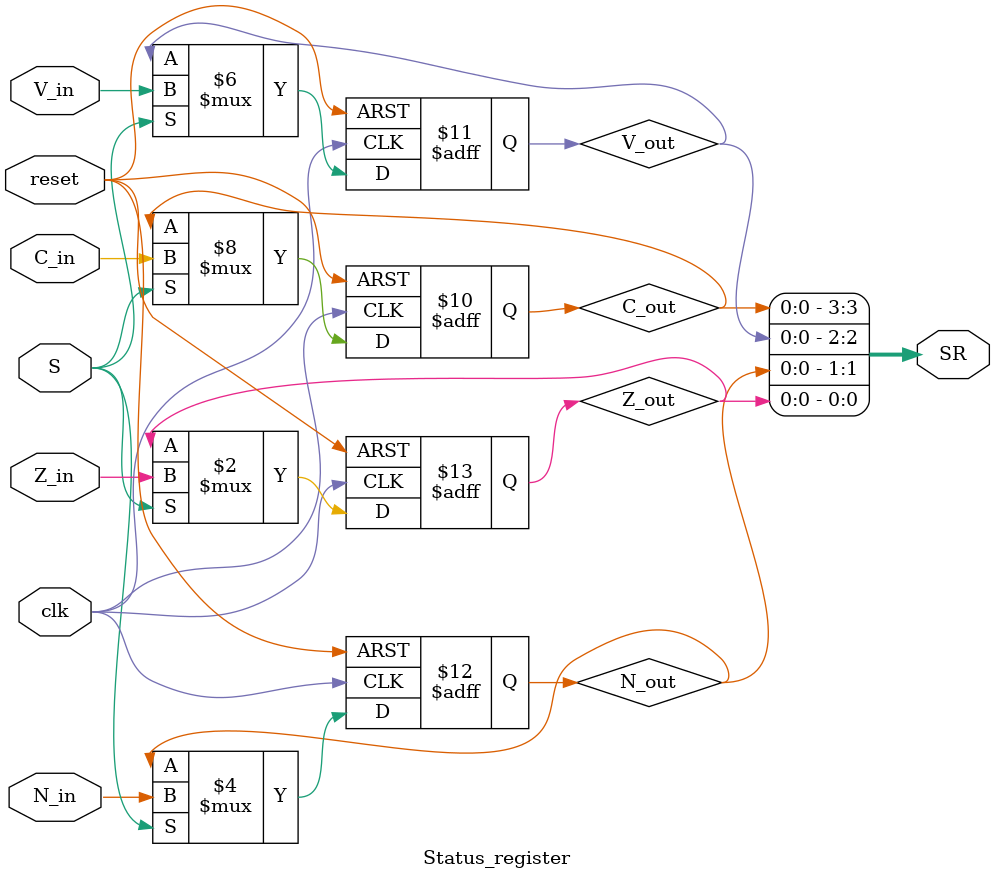
<source format=sv>
`timescale 1ns/1ns
module Status_register(input clk,reset,C_in,V_in,N_in,Z_in,S, output [3:0] SR);
  
  reg C_out,V_out,N_out,Z_out;
  
  always@(negedge clk,posedge reset)
  begin
    if(reset)
      begin
        {C_out,V_out,N_out,Z_out} <= 4'b0;
      end
  else if(S)
    begin
      C_out <= C_in;
      V_out <= V_in;
      N_out <= N_in;
      Z_out <= Z_in;
    
    end
  end
  
  assign SR = {C_out,V_out,N_out,Z_out};
endmodule
</source>
